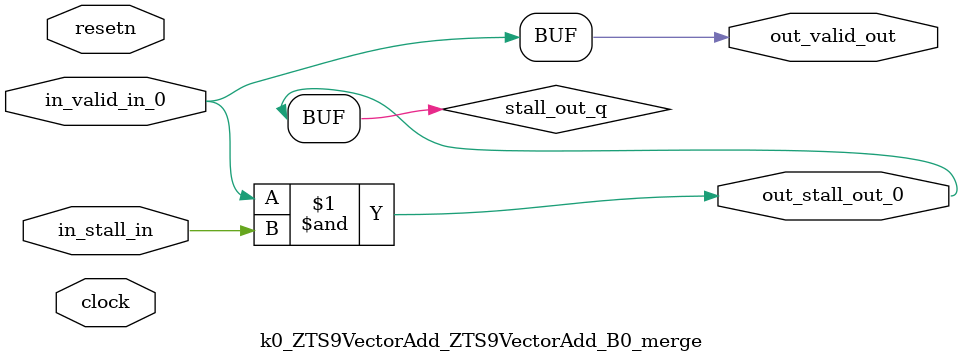
<source format=sv>



(* altera_attribute = "-name AUTO_SHIFT_REGISTER_RECOGNITION OFF; -name MESSAGE_DISABLE 10036; -name MESSAGE_DISABLE 10037; -name MESSAGE_DISABLE 14130; -name MESSAGE_DISABLE 14320; -name MESSAGE_DISABLE 15400; -name MESSAGE_DISABLE 14130; -name MESSAGE_DISABLE 10036; -name MESSAGE_DISABLE 12020; -name MESSAGE_DISABLE 12030; -name MESSAGE_DISABLE 12010; -name MESSAGE_DISABLE 12110; -name MESSAGE_DISABLE 14320; -name MESSAGE_DISABLE 13410; -name MESSAGE_DISABLE 113007; -name MESSAGE_DISABLE 10958" *)
module k0_ZTS9VectorAdd_ZTS9VectorAdd_B0_merge (
    input wire [0:0] in_stall_in,
    input wire [0:0] in_valid_in_0,
    output wire [0:0] out_stall_out_0,
    output wire [0:0] out_valid_out,
    input wire clock,
    input wire resetn
    );

    wire [0:0] stall_out_q;


    // stall_out(LOGICAL,6)
    assign stall_out_q = in_valid_in_0 & in_stall_in;

    // out_stall_out_0(GPOUT,4)
    assign out_stall_out_0 = stall_out_q;

    // out_valid_out(GPOUT,5)
    assign out_valid_out = in_valid_in_0;

endmodule

</source>
